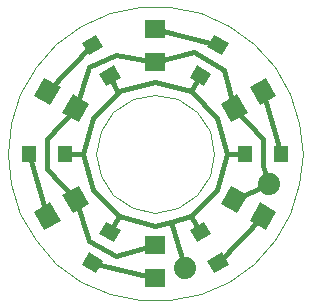
<source format=gtl>
G75*
%MOIN*%
%OFA0B0*%
%FSLAX24Y24*%
%IPPOS*%
%LPD*%
%AMOC8*
5,1,8,0,0,1.08239X$1,22.5*
%
%ADD10C,0.0010*%
%ADD11R,0.0472X0.0551*%
%ADD12R,0.0630X0.0709*%
%ADD13R,0.0709X0.0630*%
%ADD14C,0.0740*%
%ADD15C,0.0160*%
D10*
X001735Y001335D02*
X001045Y002105D01*
X000525Y002995D01*
X000215Y003975D01*
X000105Y004995D01*
X000215Y006015D01*
X000525Y006995D01*
X001045Y007885D01*
X001735Y008655D01*
X002565Y009255D01*
X003505Y009675D01*
X004515Y009885D01*
X005535Y009885D01*
X006545Y009675D01*
X007485Y009255D01*
X008315Y008655D01*
X009005Y007885D01*
X009525Y006995D01*
X009835Y006015D01*
X009945Y004995D01*
X009835Y003975D01*
X009525Y002995D01*
X009005Y002105D01*
X008315Y001335D01*
X007485Y000735D01*
X006545Y000315D01*
X005535Y000105D01*
X004515Y000105D01*
X003505Y000315D01*
X002565Y000735D01*
X001735Y001335D01*
X003635Y003605D02*
X003205Y004245D01*
X003055Y004995D01*
X003205Y005745D01*
X003635Y006385D01*
X004275Y006815D01*
X005025Y006965D01*
X005775Y006815D01*
X006415Y006385D01*
X006845Y005745D01*
X006995Y004995D01*
X006845Y004245D01*
X006415Y003605D01*
X005775Y003175D01*
X005025Y003025D01*
X004275Y003175D01*
X003635Y003605D01*
D11*
G36*
X003164Y002323D02*
X003400Y002730D01*
X003876Y002455D01*
X003640Y002048D01*
X003164Y002323D01*
G37*
G36*
X002574Y001300D02*
X002810Y001707D01*
X003286Y001432D01*
X003050Y001025D01*
X002574Y001300D01*
G37*
X002016Y004995D03*
X000834Y004995D03*
G36*
X003640Y007942D02*
X003876Y007535D01*
X003400Y007260D01*
X003164Y007667D01*
X003640Y007942D01*
G37*
G36*
X003050Y008965D02*
X003286Y008558D01*
X002810Y008283D01*
X002574Y008690D01*
X003050Y008965D01*
G37*
G36*
X006886Y007667D02*
X006650Y007260D01*
X006174Y007535D01*
X006410Y007942D01*
X006886Y007667D01*
G37*
G36*
X007476Y008690D02*
X007240Y008283D01*
X006764Y008558D01*
X007000Y008965D01*
X007476Y008690D01*
G37*
X008034Y004995D03*
X009216Y004995D03*
G36*
X006410Y002048D02*
X006174Y002455D01*
X006650Y002730D01*
X006886Y002323D01*
X006410Y002048D01*
G37*
G36*
X007000Y001025D02*
X006764Y001432D01*
X007240Y001707D01*
X007476Y001300D01*
X007000Y001025D01*
G37*
D12*
G36*
X008715Y002455D02*
X008171Y002770D01*
X008525Y003383D01*
X009069Y003068D01*
X008715Y002455D01*
G37*
G36*
X007760Y003007D02*
X007216Y003322D01*
X007570Y003935D01*
X008114Y003620D01*
X007760Y003007D01*
G37*
G36*
X008114Y006370D02*
X007570Y006055D01*
X007216Y006668D01*
X007760Y006983D01*
X008114Y006370D01*
G37*
G36*
X009069Y006922D02*
X008525Y006607D01*
X008171Y007220D01*
X008715Y007535D01*
X009069Y006922D01*
G37*
G36*
X002290Y006983D02*
X002834Y006668D01*
X002480Y006055D01*
X001936Y006370D01*
X002290Y006983D01*
G37*
G36*
X001335Y007535D02*
X001879Y007220D01*
X001525Y006607D01*
X000981Y006922D01*
X001335Y007535D01*
G37*
G36*
X001936Y003620D02*
X002480Y003935D01*
X002834Y003322D01*
X002290Y003007D01*
X001936Y003620D01*
G37*
G36*
X000981Y003068D02*
X001525Y003383D01*
X001879Y002770D01*
X001335Y002455D01*
X000981Y003068D01*
G37*
D13*
X005025Y001946D03*
X005025Y000844D03*
X005025Y008044D03*
X005025Y009146D03*
D14*
X008825Y003995D03*
X006025Y001195D03*
D15*
X005560Y002738D01*
X006225Y002917D01*
X006530Y002389D01*
X006225Y002917D02*
X007103Y003795D01*
X007425Y004995D01*
X008034Y004995D01*
X007425Y004995D02*
X007103Y006195D01*
X006225Y007073D01*
X006530Y007601D01*
X006225Y007073D02*
X005025Y007395D01*
X003825Y007073D01*
X003786Y007034D01*
X003520Y007601D01*
X003786Y007034D02*
X002947Y006195D01*
X002625Y004995D01*
X002016Y004995D01*
X002625Y004995D02*
X002947Y003795D01*
X003825Y002917D01*
X003520Y002389D01*
X003825Y002917D02*
X005025Y002595D01*
X005560Y002738D01*
X005025Y001946D02*
X003725Y001595D01*
X002825Y002095D01*
X002385Y003471D01*
X001425Y004495D01*
X001425Y005495D01*
X002385Y006519D01*
X002825Y007895D01*
X003725Y008295D01*
X005025Y008044D01*
X006325Y008395D01*
X007325Y007795D01*
X007665Y006519D01*
X008625Y005495D01*
X008625Y004595D01*
X008825Y003995D01*
X007665Y003471D01*
X008620Y002919D02*
X007120Y001366D01*
X005025Y000844D02*
X002930Y001366D01*
X001430Y002919D02*
X000834Y004995D01*
X001430Y007071D02*
X002930Y008624D01*
X005025Y009146D02*
X007120Y008624D01*
X008620Y007071D02*
X009216Y004995D01*
M02*

</source>
